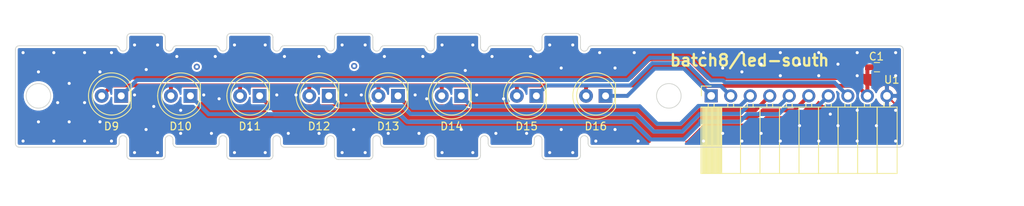
<source format=kicad_pcb>
(kicad_pcb (version 20171130) (host pcbnew "(5.1.6-0-10_14)")
  (layers (0 F.Cu signal) (31 B.Cu signal) (34 B.Paste user) (35 F.Paste user) (36 B.SilkS user) (37 F.SilkS user) (38 B.Mask user) (39 F.Mask user) (44 Edge.Cuts user))
  (net 0 "")
  (net 1 GND)
  (net 2 VCC)
  (net 3 OUT9)
  (net 4 OUT10)
  (net 5 OUT11)
  (net 6 OUT12)
  (net 7 OUT13)
  (net 8 OUT14)
  (net 9 OUT15)
  (net 10 OUT16)
  (module Capacitors_SMD:C_0603_HandSoldering (layer F.Cu) (at 202.57 97.892)
    (fp_text reference C1 (at -0.07 -1.392) (layer F.SilkS))
    (fp_text value C)
    (pad 2 smd rect (at 0.95 0) (size 1.2 0.75) (layers F.Cu F.Paste F.Mask) (net 1 GND))
    (pad 1 smd rect (at -0.95 0) (size 1.2 0.75) (layers F.Cu F.Paste F.Mask) (net 2 VCC))
  )
  (module LEDs:LED_D5.0mm (layer F.Cu) (at 104.27 101.622 180)
    (fp_text reference D9 (at 1.27 -3.96) (layer F.SilkS))
    (fp_text value LED)
    (pad 1 thru_hole rect (at 0 0 180) (size 1.8 1.8) (drill 0.9) (layers *.Cu *.Mask) (net 3 OUT9))
    (pad 2 thru_hole circle (at 2.54 0 180) (size 1.8 1.8) (drill 0.9) (layers *.Cu *.Mask) (net 2 VCC))
  )
  (module LEDs:LED_D5.0mm (layer F.Cu) (at 113.27 101.622 180)
    (fp_text reference D10 (at 1.27 -3.96) (layer F.SilkS))
    (fp_text value LED)
    (pad 2 thru_hole circle (at 2.54 0 180) (size 1.8 1.8) (drill 0.9) (layers *.Cu *.Mask) (net 2 VCC))
    (pad 1 thru_hole rect (at 0 0 180) (size 1.8 1.8) (drill 0.9) (layers *.Cu *.Mask) (net 4 OUT10))
  )
  (module LEDs:LED_D5.0mm (layer F.Cu) (at 122.27 101.622 180)
    (fp_text reference D11 (at 1.27 -3.96) (layer F.SilkS))
    (fp_text value LED)
    (pad 1 thru_hole rect (at 0 0 180) (size 1.8 1.8) (drill 0.9) (layers *.Cu *.Mask) (net 5 OUT11))
    (pad 2 thru_hole circle (at 2.54 0 180) (size 1.8 1.8) (drill 0.9) (layers *.Cu *.Mask) (net 2 VCC))
  )
  (module LEDs:LED_D5.0mm (layer F.Cu) (at 131.27 101.622 180)
    (fp_text reference D12 (at 1.27 -3.96) (layer F.SilkS))
    (fp_text value LED)
    (pad 2 thru_hole circle (at 2.54 0 180) (size 1.8 1.8) (drill 0.9) (layers *.Cu *.Mask) (net 2 VCC))
    (pad 1 thru_hole rect (at 0 0 180) (size 1.8 1.8) (drill 0.9) (layers *.Cu *.Mask) (net 6 OUT12))
  )
  (module LEDs:LED_D5.0mm (layer F.Cu) (at 140.27 101.622 180)
    (fp_text reference D13 (at 1.27 -3.96) (layer F.SilkS))
    (fp_text value LED)
    (pad 1 thru_hole rect (at 0 0 180) (size 1.8 1.8) (drill 0.9) (layers *.Cu *.Mask) (net 7 OUT13))
    (pad 2 thru_hole circle (at 2.54 0 180) (size 1.8 1.8) (drill 0.9) (layers *.Cu *.Mask) (net 2 VCC))
  )
  (module LEDs:LED_D5.0mm (layer F.Cu) (at 148.5 101.622 180)
    (fp_text reference D14 (at 1.27 -3.96) (layer F.SilkS))
    (fp_text value LED)
    (pad 2 thru_hole circle (at 2.54 0 180) (size 1.8 1.8) (drill 0.9) (layers *.Cu *.Mask) (net 2 VCC))
    (pad 1 thru_hole rect (at 0 0 180) (size 1.8 1.8) (drill 0.9) (layers *.Cu *.Mask) (net 8 OUT14))
  )
  (module LEDs:LED_D5.0mm (layer F.Cu) (at 158.27 101.622 180)
    (fp_text reference D15 (at 1.27 -3.96) (layer F.SilkS))
    (fp_text value LED)
    (pad 1 thru_hole rect (at 0 0 180) (size 1.8 1.8) (drill 0.9) (layers *.Cu *.Mask) (net 9 OUT15))
    (pad 2 thru_hole circle (at 2.54 0 180) (size 1.8 1.8) (drill 0.9) (layers *.Cu *.Mask) (net 2 VCC))
  )
  (module LEDs:LED_D5.0mm (layer F.Cu) (at 167.27 101.622 180)
    (fp_text reference D16 (at 1.27 -3.96) (layer F.SilkS))
    (fp_text value LED)
    (pad 2 thru_hole circle (at 2.54 0 180) (size 1.8 1.8) (drill 0.9) (layers *.Cu *.Mask) (net 2 VCC))
    (pad 1 thru_hole rect (at 0 0 180) (size 1.8 1.8) (drill 0.9) (layers *.Cu *.Mask) (net 10 OUT16))
  )
  (module Socket_Strips:Socket_Strip_Angled_1x10_Pitch2.54mm (layer F.Cu) (at 181.005746 101.622 90)
    (fp_text reference U1 (at 2.1 23.494254 180) (layer F.SilkS))
    (fp_text value Conn_02x05)
    (pad 1 thru_hole rect (at 0 0 90) (size 1.7 1.7) (drill 1) (layers *.Cu *.Mask) (net 10 OUT16))
    (pad 2 thru_hole oval (at 0 2.54 90) (size 1.7 1.7) (drill 1) (layers *.Cu *.Mask) (net 9 OUT15))
    (pad 3 thru_hole oval (at 0 5.08 90) (size 1.7 1.7) (drill 1) (layers *.Cu *.Mask) (net 8 OUT14))
    (pad 4 thru_hole oval (at 0 7.62 90) (size 1.7 1.7) (drill 1) (layers *.Cu *.Mask) (net 7 OUT13))
    (pad 5 thru_hole oval (at 0 10.16 90) (size 1.7 1.7) (drill 1) (layers *.Cu *.Mask) (net 6 OUT12))
    (pad 6 thru_hole oval (at 0 12.7 90) (size 1.7 1.7) (drill 1) (layers *.Cu *.Mask) (net 5 OUT11))
    (pad 7 thru_hole oval (at 0 15.24 90) (size 1.7 1.7) (drill 1) (layers *.Cu *.Mask) (net 4 OUT10))
    (pad 8 thru_hole oval (at 0 17.78 90) (size 1.7 1.7) (drill 1) (layers *.Cu *.Mask) (net 3 OUT9))
    (pad 9 thru_hole oval (at 0 20.32 90) (size 1.7 1.7) (drill 1) (layers *.Cu *.Mask) (net 2 VCC))
    (pad 10 thru_hole oval (at 0 22.86 90) (size 1.7 1.7) (drill 1) (layers *.Cu *.Mask) (net 1 GND))
  )
  (gr_text batch8/led-south (at 186 97) (layer F.SilkS) (effects (font (size 1.5 1.5) (thickness 0.3))))
  (gr_arc (start 205.5 107.80036) (end 205.5 108.30036) (angle -90) (layer Edge.Cuts) (width 0.1))
  (gr_circle (center 175.5 101.622) (end 173.9 101.622) (layer Edge.Cuts) (width 0.1))
  (gr_circle (center 93.5 101.622) (end 91.9 101.622) (layer Edge.Cuts) (width 0.1))
  (gr_line (start 206 107.80036) (end 206 95.59964) (layer Edge.Cuts) (width 0.1))
  (gr_line (start 165.5 108.30036) (end 205.5 108.30036) (layer Edge.Cuts) (width 0.1))
  (gr_arc (start 165.5 107.80036) (end 165.5 108.30036) (angle 90) (layer Edge.Cuts) (width 0.1))
  (gr_line (start 165 107.30036) (end 165 107.80036) (layer Edge.Cuts) (width 0.1))
  (gr_arc (start 164.5 107.30036) (end 164 107.30036) (angle 180) (layer Edge.Cuts) (width 0.1))
  (gr_line (start 164 109.4) (end 164 107.30036) (layer Edge.Cuts) (width 0.1))
  (gr_arc (start 163.5 109.4) (end 164 109.4) (angle 90) (layer Edge.Cuts) (width 0.1))
  (gr_line (start 159.5 109.9) (end 163.5 109.9) (layer Edge.Cuts) (width 0.1))
  (gr_arc (start 159.5 109.4) (end 159.5 109.9) (angle 90) (layer Edge.Cuts) (width 0.1))
  (gr_line (start 159 107.30036) (end 159 109.4) (layer Edge.Cuts) (width 0.1))
  (gr_arc (start 158.5 107.30036) (end 158 107.30036) (angle 180) (layer Edge.Cuts) (width 0.1))
  (gr_line (start 158 107.80036) (end 158 107.30036) (layer Edge.Cuts) (width 0.1))
  (gr_arc (start 157.5 107.80036) (end 158 107.80036) (angle 90) (layer Edge.Cuts) (width 0.1))
  (gr_line (start 152.5 108.30036) (end 157.5 108.30036) (layer Edge.Cuts) (width 0.1))
  (gr_arc (start 152.5 107.80036) (end 152.5 108.30036) (angle 90) (layer Edge.Cuts) (width 0.1))
  (gr_line (start 152 107.30036) (end 152 107.80036) (layer Edge.Cuts) (width 0.1))
  (gr_arc (start 151.5 107.30036) (end 151 107.30036) (angle 180) (layer Edge.Cuts) (width 0.1))
  (gr_line (start 151 109.400359) (end 151 107.30036) (layer Edge.Cuts) (width 0.1))
  (gr_arc (start 150.5 109.400359) (end 151 109.400359) (angle 90) (layer Edge.Cuts) (width 0.1))
  (gr_line (start 145.5 109.900359) (end 150.5 109.900359) (layer Edge.Cuts) (width 0.1))
  (gr_arc (start 145.5 109.400359) (end 145.5 109.900359) (angle 90) (layer Edge.Cuts) (width 0.1))
  (gr_line (start 145 107.30036) (end 145 109.400359) (layer Edge.Cuts) (width 0.1))
  (gr_arc (start 144.5 107.30036) (end 144 107.30036) (angle 180) (layer Edge.Cuts) (width 0.1))
  (gr_line (start 144 107.80036) (end 144 107.30036) (layer Edge.Cuts) (width 0.1))
  (gr_arc (start 143.5 107.80036) (end 144 107.80036) (angle 90) (layer Edge.Cuts) (width 0.1))
  (gr_line (start 138.5 108.30036) (end 143.5 108.30036) (layer Edge.Cuts) (width 0.1))
  (gr_arc (start 138.5 107.80036) (end 138.5 108.30036) (angle 90) (layer Edge.Cuts) (width 0.1))
  (gr_line (start 138 107.30036) (end 138 107.80036) (layer Edge.Cuts) (width 0.1))
  (gr_arc (start 137.5 107.30036) (end 137 107.30036) (angle 180) (layer Edge.Cuts) (width 0.1))
  (gr_line (start 137 109.4) (end 137 107.30036) (layer Edge.Cuts) (width 0.1))
  (gr_arc (start 136.5 109.4) (end 137 109.4) (angle 90) (layer Edge.Cuts) (width 0.1))
  (gr_line (start 132.5 109.9) (end 136.5 109.9) (layer Edge.Cuts) (width 0.1))
  (gr_arc (start 132.5 109.4) (end 132.5 109.9) (angle 90) (layer Edge.Cuts) (width 0.1))
  (gr_line (start 132 107.30036) (end 132 109.4) (layer Edge.Cuts) (width 0.1))
  (gr_arc (start 131.5 107.30036) (end 131 107.30036) (angle 180) (layer Edge.Cuts) (width 0.1))
  (gr_line (start 131 107.80036) (end 131 107.30036) (layer Edge.Cuts) (width 0.1))
  (gr_arc (start 130.5 107.80036) (end 131 107.80036) (angle 90) (layer Edge.Cuts) (width 0.1))
  (gr_line (start 125.5 108.30036) (end 130.5 108.30036) (layer Edge.Cuts) (width 0.1))
  (gr_arc (start 125.5 107.80036) (end 125.5 108.30036) (angle 89.99999625) (layer Edge.Cuts) (width 0.1))
  (gr_line (start 125 107.30036) (end 125 107.80036) (layer Edge.Cuts) (width 0.1))
  (gr_arc (start 124.5 107.300361) (end 124 107.30036) (angle 179.9999911) (layer Edge.Cuts) (width 0.1))
  (gr_line (start 124 109.400364) (end 124 107.30036) (layer Edge.Cuts) (width 0.1))
  (gr_arc (start 123.5 109.400364) (end 124 109.400364) (angle 90) (layer Edge.Cuts) (width 0.1))
  (gr_line (start 118.5 109.900364) (end 123.5 109.900364) (layer Edge.Cuts) (width 0.1))
  (gr_arc (start 118.5 109.400364) (end 118.5 109.900364) (angle 90) (layer Edge.Cuts) (width 0.1))
  (gr_line (start 118 107.30036) (end 118 109.400364) (layer Edge.Cuts) (width 0.1))
  (gr_arc (start 117.5 107.30036) (end 117 107.30036) (angle 180) (layer Edge.Cuts) (width 0.1))
  (gr_line (start 117 107.80036) (end 117 107.30036) (layer Edge.Cuts) (width 0.1))
  (gr_arc (start 116.5 107.80036) (end 117 107.80036) (angle 90) (layer Edge.Cuts) (width 0.1))
  (gr_line (start 111.5 108.30036) (end 116.5 108.30036) (layer Edge.Cuts) (width 0.1))
  (gr_arc (start 111.5 107.80036) (end 111.5 108.30036) (angle 90) (layer Edge.Cuts) (width 0.1))
  (gr_line (start 111 107.30036) (end 111 107.80036) (layer Edge.Cuts) (width 0.1))
  (gr_arc (start 110.5 107.30036) (end 110 107.30036) (angle 180) (layer Edge.Cuts) (width 0.1))
  (gr_line (start 110 109.4) (end 110 107.30036) (layer Edge.Cuts) (width 0.1))
  (gr_arc (start 109.5 109.4) (end 110 109.4) (angle 90) (layer Edge.Cuts) (width 0.1))
  (gr_line (start 105.5 109.9) (end 109.5 109.9) (layer Edge.Cuts) (width 0.1))
  (gr_arc (start 105.5 109.4) (end 105.5 109.9) (angle 90) (layer Edge.Cuts) (width 0.1))
  (gr_line (start 105 107.30036) (end 105 109.4) (layer Edge.Cuts) (width 0.1))
  (gr_arc (start 104.5 107.30036) (end 104 107.30036) (angle 180) (layer Edge.Cuts) (width 0.1))
  (gr_line (start 104 107.80036) (end 104 107.30036) (layer Edge.Cuts) (width 0.1))
  (gr_arc (start 103.5 107.80036) (end 104 107.80036) (angle 90) (layer Edge.Cuts) (width 0.1))
  (gr_line (start 91 108.30036) (end 103.5 108.30036) (layer Edge.Cuts) (width 0.1))
  (gr_arc (start 91 107.80036) (end 91 108.30036) (angle 90) (layer Edge.Cuts) (width 0.1))
  (gr_line (start 90.5 95.59964) (end 90.5 107.80036) (layer Edge.Cuts) (width 0.1))
  (gr_arc (start 91 95.59964) (end 90.5 95.59964) (angle 90) (layer Edge.Cuts) (width 0.1))
  (gr_line (start 103.545747 95.09964) (end 91 95.09964) (layer Edge.Cuts) (width 0.1))
  (gr_arc (start 103.545747 95.59964) (end 103.545747 95.09964) (angle 72.60244929) (layer Edge.Cuts) (width 0.1))
  (gr_arc (start 104.5 95.30064) (end 105 95.30064) (angle 162.6024493) (layer Edge.Cuts) (width 0.1))
  (gr_line (start 105 94) (end 105 95.30064) (layer Edge.Cuts) (width 0.1))
  (gr_arc (start 105.5 94) (end 105 94) (angle 90) (layer Edge.Cuts) (width 0.1))
  (gr_line (start 109.5 93.5) (end 105.5 93.5) (layer Edge.Cuts) (width 0.1))
  (gr_arc (start 109.5 94) (end 109.5 93.5) (angle 90) (layer Edge.Cuts) (width 0.1))
  (gr_line (start 110 95.30064) (end 110 94) (layer Edge.Cuts) (width 0.1))
  (gr_arc (start 110.5 95.30064) (end 110.977127 95.45014) (angle 162.6024493) (layer Edge.Cuts) (width 0.1))
  (gr_arc (start 111.454254 95.59964) (end 110.977127 95.45014) (angle 72.60244929) (layer Edge.Cuts) (width 0.1))
  (gr_line (start 116.545747 95.09964) (end 111.454254 95.09964) (layer Edge.Cuts) (width 0.1))
  (gr_arc (start 116.545747 95.59964) (end 116.545747 95.09964) (angle 72.60244929) (layer Edge.Cuts) (width 0.1))
  (gr_arc (start 117.5 95.30064) (end 118 95.30064) (angle 162.6024404) (layer Edge.Cuts) (width 0.1))
  (gr_line (start 118 94) (end 118 95.30064) (layer Edge.Cuts) (width 0.1))
  (gr_arc (start 118.5 94) (end 118 94) (angle 90) (layer Edge.Cuts) (width 0.1))
  (gr_line (start 123.5 93.5) (end 118.5 93.5) (layer Edge.Cuts) (width 0.1))
  (gr_arc (start 123.5 94) (end 123.5 93.5) (angle 90) (layer Edge.Cuts) (width 0.1))
  (gr_line (start 124 95.30064) (end 124 94) (layer Edge.Cuts) (width 0.1))
  (gr_arc (start 124.5 95.30064) (end 124.977127 95.45014) (angle 162.6024493) (layer Edge.Cuts) (width 0.1))
  (gr_arc (start 125.454254 95.59964) (end 124.977127 95.45014) (angle 72.60244929) (layer Edge.Cuts) (width 0.1))
  (gr_line (start 130.545747 95.09964) (end 125.454254 95.09964) (layer Edge.Cuts) (width 0.1))
  (gr_arc (start 130.545747 95.59964) (end 130.545747 95.09964) (angle 72.60244929) (layer Edge.Cuts) (width 0.1))
  (gr_arc (start 131.5 95.30064) (end 132 95.30064) (angle 162.6024493) (layer Edge.Cuts) (width 0.1))
  (gr_line (start 132 94) (end 132 95.30064) (layer Edge.Cuts) (width 0.1))
  (gr_arc (start 132.5 94) (end 132 94) (angle 90) (layer Edge.Cuts) (width 0.1))
  (gr_line (start 136.5 93.5) (end 132.5 93.5) (layer Edge.Cuts) (width 0.1))
  (gr_arc (start 136.5 94) (end 136.5 93.5) (angle 90) (layer Edge.Cuts) (width 0.1))
  (gr_line (start 137 95.30064) (end 137 94) (layer Edge.Cuts) (width 0.1))
  (gr_arc (start 137.5 95.30064) (end 137.977127 95.45014) (angle 162.6024493) (layer Edge.Cuts) (width 0.1))
  (gr_arc (start 138.454254 95.59964) (end 137.977127 95.45014) (angle 72.60244929) (layer Edge.Cuts) (width 0.1))
  (gr_line (start 143.545747 95.09964) (end 138.454254 95.09964) (layer Edge.Cuts) (width 0.1))
  (gr_arc (start 143.545747 95.59964) (end 143.545747 95.09964) (angle 72.60244929) (layer Edge.Cuts) (width 0.1))
  (gr_arc (start 144.5 95.30064) (end 145 95.30064) (angle 162.6024581) (layer Edge.Cuts) (width 0.1))
  (gr_line (start 145 94) (end 145 95.30064) (layer Edge.Cuts) (width 0.1))
  (gr_arc (start 145.5 94) (end 145 94) (angle 90) (layer Edge.Cuts) (width 0.1))
  (gr_line (start 150.5 93.5) (end 145.5 93.5) (layer Edge.Cuts) (width 0.1))
  (gr_arc (start 150.5 94) (end 150.5 93.5) (angle 90) (layer Edge.Cuts) (width 0.1))
  (gr_line (start 151 95.30064) (end 151 94) (layer Edge.Cuts) (width 0.1))
  (gr_arc (start 151.5 95.30064) (end 151.977127 95.45014) (angle 162.6024581) (layer Edge.Cuts) (width 0.1))
  (gr_arc (start 152.454254 95.59964) (end 151.977127 95.45014) (angle 72.60244929) (layer Edge.Cuts) (width 0.1))
  (gr_line (start 157.545747 95.09964) (end 152.454254 95.09964) (layer Edge.Cuts) (width 0.1))
  (gr_arc (start 157.545747 95.59964) (end 157.545747 95.09964) (angle 72.60244929) (layer Edge.Cuts) (width 0.1))
  (gr_arc (start 158.5 95.30064) (end 159 95.30064) (angle 162.6024493) (layer Edge.Cuts) (width 0.1))
  (gr_line (start 159 94) (end 159 95.30064) (layer Edge.Cuts) (width 0.1))
  (gr_arc (start 159.5 94) (end 159 94) (angle 90) (layer Edge.Cuts) (width 0.1))
  (gr_line (start 163.5 93.5) (end 159.5 93.5) (layer Edge.Cuts) (width 0.1))
  (gr_arc (start 163.5 94) (end 163.5 93.5) (angle 90) (layer Edge.Cuts) (width 0.1))
  (gr_line (start 164 95.30064) (end 164 94) (layer Edge.Cuts) (width 0.1))
  (gr_arc (start 164.5 95.30064) (end 164.977127 95.45014) (angle 162.6024493) (layer Edge.Cuts) (width 0.1))
  (gr_arc (start 165.454254 95.59964) (end 164.977127 95.45014) (angle 72.60244929) (layer Edge.Cuts) (width 0.1))
  (gr_line (start 205.5 95.09964) (end 165.454254 95.09964) (layer Edge.Cuts) (width 0.1))
  (gr_arc (start 205.5 95.59964) (end 205.5 95.09964) (angle 90) (layer Edge.Cuts) (width 0.1))
  (via (at 134.57 97.74) (size 0.8) (drill 0.4) (layers F.Cu B.Cu) (net 1))
  (via (at 114.1 97.84) (size 0.8) (drill 0.4) (layers F.Cu B.Cu) (net 1))
  (via (at 205 96) (size 0.8) (drill 0.4) (layers F.Cu B.Cu) (net 1))
  (via (at 200 96) (size 0.8) (drill 0.4) (layers F.Cu B.Cu) (net 1))
  (via (at 195 96) (size 0.8) (drill 0.4) (layers F.Cu B.Cu) (net 1))
  (via (at 190 96) (size 0.8) (drill 0.4) (layers F.Cu B.Cu) (net 1))
  (via (at 185 96) (size 0.8) (drill 0.4) (layers F.Cu B.Cu) (net 1))
  (via (at 180 96) (size 0.8) (drill 0.4) (layers F.Cu B.Cu) (net 1))
  (via (at 182.5 98) (size 0.8) (drill 0.4) (layers F.Cu B.Cu) (net 1))
  (via (at 187.5 97.5) (size 0.8) (drill 0.4) (layers F.Cu B.Cu) (net 1))
  (via (at 192.5 97.5) (size 0.8) (drill 0.4) (layers F.Cu B.Cu) (net 1))
  (via (at 197.5 97.5) (size 0.8) (drill 0.4) (layers F.Cu B.Cu) (net 1))
  (via (at 200 99) (size 0.8) (drill 0.4) (layers F.Cu B.Cu) (net 1))
  (via (at 195 99) (size 0.8) (drill 0.4) (layers F.Cu B.Cu) (net 1))
  (via (at 190 99) (size 0.8) (drill 0.4) (layers F.Cu B.Cu) (net 1))
  (via (at 185 98.5) (size 0.8) (drill 0.4) (layers F.Cu B.Cu) (net 1))
  (via (at 205 99) (size 0.8) (drill 0.4) (layers F.Cu B.Cu) (net 1))
  (via (at 205 103.5) (size 0.8) (drill 0.4) (layers F.Cu B.Cu) (net 1))
  (via (at 205 107.5) (size 0.8) (drill 0.4) (layers F.Cu B.Cu) (net 1))
  (via (at 200 103.5) (size 0.8) (drill 0.4) (layers F.Cu B.Cu) (net 1))
  (via (at 200 107.5) (size 0.8) (drill 0.4) (layers F.Cu B.Cu) (net 1))
  (via (at 195 107.5) (size 0.8) (drill 0.4) (layers F.Cu B.Cu) (net 1))
  (via (at 190 107.5) (size 0.8) (drill 0.4) (layers F.Cu B.Cu) (net 1))
  (via (at 185 107.5) (size 0.8) (drill 0.4) (layers F.Cu B.Cu) (net 1))
  (via (at 180 107.5) (size 0.8) (drill 0.4) (layers F.Cu B.Cu) (net 1))
  (via (at 202.5 105.5) (size 0.8) (drill 0.4) (layers F.Cu B.Cu) (net 1))
  (via (at 197.5 105.5) (size 0.8) (drill 0.4) (layers F.Cu B.Cu) (net 1))
  (via (at 192.5 105.5) (size 0.8) (drill 0.4) (layers F.Cu B.Cu) (net 1))
  (via (at 187.5 106.5) (size 0.8) (drill 0.4) (layers F.Cu B.Cu) (net 1))
  (via (at 182.5 106.5) (size 0.8) (drill 0.4) (layers F.Cu B.Cu) (net 1))
  (via (at 196.5 104) (size 0.8) (drill 0.4) (layers F.Cu B.Cu) (net 1))
  (via (at 171.5 107.5) (size 0.8) (drill 0.4) (layers F.Cu B.Cu) (net 1))
  (via (at 166 107.5) (size 0.8) (drill 0.4) (layers F.Cu B.Cu) (net 1))
  (via (at 168.5 106) (size 0.8) (drill 0.4) (layers F.Cu B.Cu) (net 1))
  (via (at 160 109) (size 0.8) (drill 0.4) (layers F.Cu B.Cu) (net 1))
  (via (at 163 109) (size 0.8) (drill 0.4) (layers F.Cu B.Cu) (net 1))
  (via (at 161.5 106) (size 0.8) (drill 0.4) (layers F.Cu B.Cu) (net 1))
  (via (at 157 106.5) (size 0.8) (drill 0.4) (layers F.Cu B.Cu) (net 1))
  (via (at 153 106.5) (size 0.8) (drill 0.4) (layers F.Cu B.Cu) (net 1))
  (via (at 150 109) (size 0.8) (drill 0.4) (layers F.Cu B.Cu) (net 1))
  (via (at 146 109) (size 0.8) (drill 0.4) (layers F.Cu B.Cu) (net 1))
  (via (at 148.5 106) (size 0.8) (drill 0.4) (layers F.Cu B.Cu) (net 1))
  (via (at 143 106.5) (size 0.8) (drill 0.4) (layers F.Cu B.Cu) (net 1))
  (via (at 139 106.5) (size 0.8) (drill 0.4) (layers F.Cu B.Cu) (net 1))
  (via (at 136 109) (size 0.8) (drill 0.4) (layers F.Cu B.Cu) (net 1))
  (via (at 133 109) (size 0.8) (drill 0.4) (layers F.Cu B.Cu) (net 1))
  (via (at 134.5 106) (size 0.8) (drill 0.4) (layers F.Cu B.Cu) (net 1))
  (via (at 130 106.5) (size 0.8) (drill 0.4) (layers F.Cu B.Cu) (net 1))
  (via (at 126 106.5) (size 0.8) (drill 0.4) (layers F.Cu B.Cu) (net 1))
  (via (at 123 109) (size 0.8) (drill 0.4) (layers F.Cu B.Cu) (net 1))
  (via (at 119 109) (size 0.8) (drill 0.4) (layers F.Cu B.Cu) (net 1))
  (via (at 121 106) (size 0.8) (drill 0.4) (layers F.Cu B.Cu) (net 1))
  (via (at 116 106.5) (size 0.8) (drill 0.4) (layers F.Cu B.Cu) (net 1))
  (via (at 112 106.5) (size 0.8) (drill 0.4) (layers F.Cu B.Cu) (net 1))
  (via (at 109 109) (size 0.8) (drill 0.4) (layers F.Cu B.Cu) (net 1))
  (via (at 106 109) (size 0.8) (drill 0.4) (layers F.Cu B.Cu) (net 1))
  (via (at 107.5 106) (size 0.8) (drill 0.4) (layers F.Cu B.Cu) (net 1))
  (via (at 103 107.5) (size 0.8) (drill 0.4) (layers F.Cu B.Cu) (net 1))
  (via (at 91.5 107.5) (size 0.8) (drill 0.4) (layers F.Cu B.Cu) (net 1))
  (via (at 95.5 107.5) (size 0.8) (drill 0.4) (layers F.Cu B.Cu) (net 1))
  (via (at 99.5 107.5) (size 0.8) (drill 0.4) (layers F.Cu B.Cu) (net 1))
  (via (at 101.5 105) (size 0.8) (drill 0.4) (layers F.Cu B.Cu) (net 1))
  (via (at 97.5 105) (size 0.8) (drill 0.4) (layers F.Cu B.Cu) (net 1))
  (via (at 93.5 105) (size 0.8) (drill 0.4) (layers F.Cu B.Cu) (net 1))
  (via (at 99.5 102.5) (size 0.8) (drill 0.4) (layers F.Cu B.Cu) (net 1))
  (via (at 96 102.5) (size 0.8) (drill 0.4) (layers F.Cu B.Cu) (net 1))
  (via (at 97.5 100) (size 0.8) (drill 0.4) (layers F.Cu B.Cu) (net 1))
  (via (at 91.5 96) (size 0.8) (drill 0.4) (layers F.Cu B.Cu) (net 1))
  (via (at 95.5 96) (size 0.8) (drill 0.4) (layers F.Cu B.Cu) (net 1))
  (via (at 99.5 96) (size 0.8) (drill 0.4) (layers F.Cu B.Cu) (net 1))
  (via (at 103 96) (size 0.8) (drill 0.4) (layers F.Cu B.Cu) (net 1))
  (via (at 93.5 98.5) (size 0.8) (drill 0.4) (layers F.Cu B.Cu) (net 1))
  (via (at 101.5 98.5) (size 0.8) (drill 0.4) (layers F.Cu B.Cu) (net 1))
  (via (at 106 95) (size 0.8) (drill 0.4) (layers F.Cu B.Cu) (net 1))
  (via (at 109 95) (size 0.8) (drill 0.4) (layers F.Cu B.Cu) (net 1))
  (via (at 119 95) (size 0.8) (drill 0.4) (layers F.Cu B.Cu) (net 1))
  (via (at 123 95) (size 0.8) (drill 0.4) (layers F.Cu B.Cu) (net 1))
  (via (at 133 95) (size 0.8) (drill 0.4) (layers F.Cu B.Cu) (net 1))
  (via (at 136 95) (size 0.8) (drill 0.4) (layers F.Cu B.Cu) (net 1))
  (via (at 146 95) (size 0.8) (drill 0.4) (layers F.Cu B.Cu) (net 1))
  (via (at 150 95) (size 0.8) (drill 0.4) (layers F.Cu B.Cu) (net 1))
  (via (at 160 95) (size 0.8) (drill 0.4) (layers F.Cu B.Cu) (net 1))
  (via (at 163 95) (size 0.8) (drill 0.4) (layers F.Cu B.Cu) (net 1))
  (via (at 171 96) (size 0.8) (drill 0.4) (layers F.Cu B.Cu) (net 1))
  (via (at 166.5 96) (size 0.8) (drill 0.4) (layers F.Cu B.Cu) (net 1))
  (via (at 168.5 98) (size 0.8) (drill 0.4) (layers F.Cu B.Cu) (net 1))
  (via (at 161.5 98) (size 0.8) (drill 0.4) (layers F.Cu B.Cu) (net 1))
  (via (at 157.5 96.5) (size 0.8) (drill 0.4) (layers F.Cu B.Cu) (net 1))
  (via (at 152.5 96.5) (size 0.8) (drill 0.4) (layers F.Cu B.Cu) (net 1))
  (via (at 149.02 98.32) (size 0.8) (drill 0.4) (layers F.Cu B.Cu) (net 1))
  (via (at 143.5 96.5) (size 0.8) (drill 0.4) (layers F.Cu B.Cu) (net 1))
  (via (at 138.5 96.5) (size 0.8) (drill 0.4) (layers F.Cu B.Cu) (net 1))
  (via (at 130 96.5) (size 0.8) (drill 0.4) (layers F.Cu B.Cu) (net 1))
  (via (at 125.5 96.5) (size 0.8) (drill 0.4) (layers F.Cu B.Cu) (net 1))
  (via (at 116.5 96.5) (size 0.8) (drill 0.4) (layers F.Cu B.Cu) (net 1))
  (via (at 111.5 96.5) (size 0.8) (drill 0.4) (layers F.Cu B.Cu) (net 1))
  (via (at 107.52 98.2) (size 0.8) (drill 0.4) (layers F.Cu B.Cu) (net 1))
  (via (at 117 102) (size 0.8) (drill 0.4) (layers F.Cu B.Cu) (net 1))
  (via (at 112 103.5) (size 0.8) (drill 0.4) (layers F.Cu B.Cu) (net 1))
  (via (at 127 101.5) (size 0.8) (drill 0.4) (layers F.Cu B.Cu) (net 1))
  (via (at 124.5 101.5) (size 0.8) (drill 0.4) (layers F.Cu B.Cu) (net 1))
  (via (at 106 101.5) (size 0.8) (drill 0.4) (layers F.Cu B.Cu) (net 1))
  (via (at 108.5 103) (size 0.8) (drill 0.4) (layers F.Cu B.Cu) (net 1))
  (via (at 115 101.5) (size 0.8) (drill 0.4) (layers F.Cu B.Cu) (net 1))
  (via (at 133.5 101.5) (size 0.8) (drill 0.4) (layers F.Cu B.Cu) (net 1))
  (via (at 135.5 101.5) (size 0.8) (drill 0.4) (layers F.Cu B.Cu) (net 1))
  (via (at 142.5 101.5) (size 0.8) (drill 0.4) (layers F.Cu B.Cu) (net 1))
  (via (at 144 102) (size 0.8) (drill 0.4) (layers F.Cu B.Cu) (net 1))
  (via (at 150.5 101.5) (size 0.8) (drill 0.4) (layers F.Cu B.Cu) (net 1))
  (via (at 154 102) (size 0.8) (drill 0.4) (layers F.Cu B.Cu) (net 1))
  (segment (start 91.5 96) (end 93.5 98) (width 0.25) (layer F.Cu) (net 1))
  (segment (start 93.5 98) (end 93.5 98.5) (width 0.25) (layer F.Cu) (net 1))
  (segment (start 95.5 96) (end 93.5 98) (width 0.25) (layer F.Cu) (net 1))
  (segment (start 95.5 96) (end 99.5 96) (width 0.25) (layer F.Cu) (net 1))
  (segment (start 99.5 96.5) (end 99.5 96) (width 0.25) (layer F.Cu) (net 1))
  (segment (start 103 97) (end 101.5 98.5) (width 0.25) (layer F.Cu) (net 1))
  (segment (start 103 96) (end 103 97) (width 0.25) (layer F.Cu) (net 1))
  (segment (start 106 95.5) (end 106 95) (width 0.25) (layer F.Cu) (net 1))
  (segment (start 109 95) (end 107.5 96.5) (width 0.25) (layer F.Cu) (net 1))
  (segment (start 107.5 96.5) (end 107.5 97) (width 0.25) (layer F.Cu) (net 1))
  (segment (start 107.5 97) (end 106 95.5) (width 0.25) (layer F.Cu) (net 1))
  (segment (start 107.52 97.02) (end 107.5 97) (width 0.25) (layer F.Cu) (net 1))
  (segment (start 91.5 107.5) (end 93.5 105.5) (width 0.25) (layer F.Cu) (net 1))
  (segment (start 93.5 105.5) (end 93.5 105) (width 0.25) (layer F.Cu) (net 1))
  (segment (start 95.5 107.5) (end 93.5 105.5) (width 0.25) (layer F.Cu) (net 1))
  (segment (start 99.5 107.5) (end 97.5 105.5) (width 0.25) (layer F.Cu) (net 1))
  (segment (start 97.5 105.5) (end 97.5 105) (width 0.25) (layer F.Cu) (net 1))
  (segment (start 95.5 107.5) (end 97.5 105.5) (width 0.25) (layer F.Cu) (net 1))
  (segment (start 97.5 104) (end 96 102.5) (width 0.25) (layer F.Cu) (net 1))
  (segment (start 97.5 105) (end 97.5 104) (width 0.25) (layer F.Cu) (net 1))
  (segment (start 96 101.5) (end 97.5 100) (width 0.25) (layer F.Cu) (net 1))
  (segment (start 96 102.5) (end 96 101.5) (width 0.25) (layer F.Cu) (net 1))
  (segment (start 98 104) (end 97.5 104) (width 0.25) (layer F.Cu) (net 1))
  (segment (start 99.5 102.5) (end 98 104) (width 0.25) (layer F.Cu) (net 1))
  (segment (start 101.5 104.5) (end 101.5 105) (width 0.25) (layer F.Cu) (net 1))
  (segment (start 99.5 102.5) (end 101.5 104.5) (width 0.25) (layer F.Cu) (net 1))
  (segment (start 103 106.5) (end 101.5 105) (width 0.25) (layer F.Cu) (net 1))
  (segment (start 103 107.5) (end 103 106.5) (width 0.25) (layer F.Cu) (net 1))
  (segment (start 102.5 106) (end 101.5 105) (width 0.25) (layer F.Cu) (net 1))
  (segment (start 107.5 106) (end 102.5 106) (width 0.25) (layer F.Cu) (net 1))
  (segment (start 107 101.5) (end 108.5 103) (width 0.25) (layer F.Cu) (net 1))
  (segment (start 106 101.5) (end 107 101.5) (width 0.25) (layer F.Cu) (net 1))
  (segment (start 108.5 105) (end 107.5 106) (width 0.25) (layer F.Cu) (net 1))
  (segment (start 108.5 103) (end 108.5 105) (width 0.25) (layer F.Cu) (net 1))
  (segment (start 103 96) (end 104.48 97.48) (width 0.25) (layer F.Cu) (net 1))
  (segment (start 104.48 97.48) (end 107.52 97.48) (width 0.25) (layer F.Cu) (net 1))
  (segment (start 107.52 97.48) (end 107.52 97.02) (width 0.25) (layer F.Cu) (net 1))
  (segment (start 107.52 98.2) (end 107.52 97.48) (width 0.25) (layer F.Cu) (net 1))
  (segment (start 97.5 100) (end 100 97.5) (width 0.25) (layer F.Cu) (net 1))
  (segment (start 100 97) (end 99.5 96.5) (width 0.25) (layer F.Cu) (net 1))
  (segment (start 100 97.5) (end 100 97) (width 0.25) (layer F.Cu) (net 1))
  (segment (start 101.5 98.5) (end 100 97) (width 0.25) (layer F.Cu) (net 1))
  (segment (start 107.5 109) (end 109 109) (width 0.25) (layer F.Cu) (net 1))
  (segment (start 107.5 106) (end 107.5 109) (width 0.25) (layer F.Cu) (net 1))
  (segment (start 106 109) (end 107.5 109) (width 0.25) (layer F.Cu) (net 1))
  (segment (start 112 106.5) (end 112 103.5) (width 0.25) (layer F.Cu) (net 1))
  (segment (start 111.5 103) (end 112 103.5) (width 0.25) (layer F.Cu) (net 1))
  (segment (start 108.5 103) (end 111.5 103) (width 0.25) (layer F.Cu) (net 1))
  (segment (start 116 106.5) (end 112 106.5) (width 0.25) (layer F.Cu) (net 1))
  (segment (start 109.934315 96.5) (end 111.5 96.5) (width 0.25) (layer F.Cu) (net 1))
  (segment (start 109 95.565685) (end 109.934315 96.5) (width 0.25) (layer F.Cu) (net 1))
  (segment (start 109 95) (end 109 95.565685) (width 0.25) (layer F.Cu) (net 1))
  (segment (start 111.5 96.5) (end 116.5 96.5) (width 0.25) (layer F.Cu) (net 1))
  (segment (start 115 102.277002) (end 115 101.5) (width 0.25) (layer F.Cu) (net 1))
  (segment (start 113.777002 103.5) (end 115 102.277002) (width 0.25) (layer F.Cu) (net 1))
  (segment (start 112 103.5) (end 113.777002 103.5) (width 0.25) (layer F.Cu) (net 1))
  (segment (start 115.5 102) (end 115 101.5) (width 0.25) (layer F.Cu) (net 1))
  (segment (start 117 102) (end 115.5 102) (width 0.25) (layer F.Cu) (net 1))
  (segment (start 120.899999 106.100001) (end 121 106) (width 0.25) (layer F.Cu) (net 1))
  (segment (start 116.399999 106.100001) (end 120.899999 106.100001) (width 0.25) (layer F.Cu) (net 1))
  (segment (start 116 106.5) (end 116.399999 106.100001) (width 0.25) (layer F.Cu) (net 1))
  (segment (start 121 109) (end 123 109) (width 0.25) (layer F.Cu) (net 1))
  (segment (start 121 106) (end 121 109) (width 0.25) (layer F.Cu) (net 1))
  (segment (start 119 109) (end 121 109) (width 0.25) (layer F.Cu) (net 1))
  (segment (start 125.5 106) (end 126 106.5) (width 0.25) (layer F.Cu) (net 1))
  (segment (start 121 106) (end 125.5 106) (width 0.25) (layer F.Cu) (net 1))
  (segment (start 124.5 101.5) (end 127 101.5) (width 0.25) (layer F.Cu) (net 1))
  (segment (start 117.847001 102.847001) (end 117 102) (width 0.25) (layer B.Cu) (net 1))
  (segment (start 123.718684 102.847001) (end 117.847001 102.847001) (width 0.25) (layer B.Cu) (net 1))
  (segment (start 124.5 102.065685) (end 123.718684 102.847001) (width 0.25) (layer B.Cu) (net 1))
  (segment (start 124.5 101.5) (end 124.5 102.065685) (width 0.25) (layer B.Cu) (net 1))
  (segment (start 126 106.5) (end 130 106.5) (width 0.25) (layer F.Cu) (net 1))
  (segment (start 130.5 106) (end 134.5 106) (width 0.25) (layer F.Cu) (net 1))
  (segment (start 130 106.5) (end 130.5 106) (width 0.25) (layer F.Cu) (net 1))
  (segment (start 134.5 106) (end 134.5 109) (width 0.25) (layer F.Cu) (net 1))
  (segment (start 134.5 109) (end 136 109) (width 0.25) (layer F.Cu) (net 1))
  (segment (start 133 109) (end 134.5 109) (width 0.25) (layer F.Cu) (net 1))
  (segment (start 133.5 101.5) (end 135.5 101.5) (width 0.25) (layer F.Cu) (net 1))
  (segment (start 128.141999 102.847001) (end 127 101.705002) (width 0.25) (layer F.Cu) (net 1))
  (segment (start 129.318001 102.847001) (end 128.141999 102.847001) (width 0.25) (layer F.Cu) (net 1))
  (segment (start 129.665002 102.5) (end 129.318001 102.847001) (width 0.25) (layer F.Cu) (net 1))
  (segment (start 129.762998 102.5) (end 129.665002 102.5) (width 0.25) (layer F.Cu) (net 1))
  (segment (start 130.109999 102.847001) (end 129.762998 102.5) (width 0.25) (layer F.Cu) (net 1))
  (segment (start 127 101.705002) (end 127 101.5) (width 0.25) (layer F.Cu) (net 1))
  (segment (start 132.718684 102.847001) (end 130.109999 102.847001) (width 0.25) (layer F.Cu) (net 1))
  (segment (start 133.5 102.065685) (end 132.718684 102.847001) (width 0.25) (layer F.Cu) (net 1))
  (segment (start 133.5 101.5) (end 133.5 102.065685) (width 0.25) (layer F.Cu) (net 1))
  (segment (start 119 95.565685) (end 119 95) (width 0.25) (layer F.Cu) (net 1))
  (segment (start 118.065685 96.5) (end 119 95.565685) (width 0.25) (layer F.Cu) (net 1))
  (segment (start 116.5 96.5) (end 118.065685 96.5) (width 0.25) (layer F.Cu) (net 1))
  (segment (start 119 95) (end 123 95) (width 0.25) (layer F.Cu) (net 1))
  (segment (start 123.934315 96.5) (end 125.5 96.5) (width 0.25) (layer F.Cu) (net 1))
  (segment (start 123 95.565685) (end 123.934315 96.5) (width 0.25) (layer F.Cu) (net 1))
  (segment (start 123 95) (end 123 95.565685) (width 0.25) (layer F.Cu) (net 1))
  (segment (start 125.5 96.5) (end 130 96.5) (width 0.25) (layer F.Cu) (net 1))
  (segment (start 132.065685 96.5) (end 133 95.565685) (width 0.25) (layer F.Cu) (net 1))
  (segment (start 133 95.565685) (end 133 95) (width 0.25) (layer F.Cu) (net 1))
  (segment (start 130 96.5) (end 132.065685 96.5) (width 0.25) (layer F.Cu) (net 1))
  (segment (start 133 95) (end 136 95) (width 0.25) (layer F.Cu) (net 1))
  (segment (start 136 95.565685) (end 136.934315 96.5) (width 0.25) (layer F.Cu) (net 1))
  (segment (start 136.934315 96.5) (end 138.5 96.5) (width 0.25) (layer F.Cu) (net 1))
  (segment (start 136 95) (end 136 95.565685) (width 0.25) (layer F.Cu) (net 1))
  (segment (start 138.5 96.5) (end 143.5 96.5) (width 0.25) (layer F.Cu) (net 1))
  (segment (start 146 95.565685) (end 146 95) (width 0.25) (layer F.Cu) (net 1))
  (segment (start 145.065685 96.5) (end 146 95.565685) (width 0.25) (layer F.Cu) (net 1))
  (segment (start 143.5 96.5) (end 145.065685 96.5) (width 0.25) (layer F.Cu) (net 1))
  (segment (start 150 95) (end 146 95) (width 0.25) (layer F.Cu) (net 1))
  (segment (start 150 97.34) (end 149.02 98.32) (width 0.25) (layer F.Cu) (net 1))
  (segment (start 152.5 96.5) (end 150 96.5) (width 0.25) (layer F.Cu) (net 1))
  (segment (start 150 96.5) (end 150 97.34) (width 0.25) (layer F.Cu) (net 1))
  (segment (start 150 95) (end 150 96.5) (width 0.25) (layer F.Cu) (net 1))
  (segment (start 149.718684 102.847001) (end 144.847001 102.847001) (width 0.25) (layer F.Cu) (net 1))
  (segment (start 150.5 102.065685) (end 149.718684 102.847001) (width 0.25) (layer F.Cu) (net 1))
  (segment (start 144.847001 102.847001) (end 144 102) (width 0.25) (layer F.Cu) (net 1))
  (segment (start 150.5 101.5) (end 150.5 102.065685) (width 0.25) (layer F.Cu) (net 1))
  (segment (start 143 102) (end 142.5 101.5) (width 0.25) (layer F.Cu) (net 1))
  (segment (start 144 102) (end 143 102) (width 0.25) (layer F.Cu) (net 1))
  (segment (start 153.5 101.5) (end 154 102) (width 0.25) (layer F.Cu) (net 1))
  (segment (start 150.5 101.5) (end 153.5 101.5) (width 0.25) (layer F.Cu) (net 1))
  (segment (start 146 108.5) (end 146 109) (width 0.25) (layer F.Cu) (net 1))
  (segment (start 148.5 106) (end 146 108.5) (width 0.25) (layer F.Cu) (net 1))
  (segment (start 143 106.5) (end 139 106.5) (width 0.25) (layer F.Cu) (net 1))
  (segment (start 134.600001 106.100001) (end 134.5 106) (width 0.25) (layer F.Cu) (net 1))
  (segment (start 138.600001 106.100001) (end 134.600001 106.100001) (width 0.25) (layer F.Cu) (net 1))
  (segment (start 139 106.5) (end 138.600001 106.100001) (width 0.25) (layer F.Cu) (net 1))
  (segment (start 143.5 106) (end 148.5 106) (width 0.25) (layer F.Cu) (net 1))
  (segment (start 143 106.5) (end 143.5 106) (width 0.25) (layer F.Cu) (net 1))
  (segment (start 148.5 107.5) (end 150 109) (width 0.25) (layer F.Cu) (net 1))
  (segment (start 148.5 106) (end 148.5 107.5) (width 0.25) (layer F.Cu) (net 1))
  (segment (start 152.5 106) (end 148.5 106) (width 0.25) (layer F.Cu) (net 1))
  (segment (start 153 106.5) (end 152.5 106) (width 0.25) (layer F.Cu) (net 1))
  (segment (start 153 106.5) (end 157 106.5) (width 0.25) (layer F.Cu) (net 1))
  (segment (start 157.5 106) (end 161.5 106) (width 0.25) (layer F.Cu) (net 1))
  (segment (start 157 106.5) (end 157.5 106) (width 0.25) (layer F.Cu) (net 1))
  (segment (start 161.5 107.5) (end 160 109) (width 0.25) (layer F.Cu) (net 1))
  (segment (start 161.5 106) (end 161.5 107.5) (width 0.25) (layer F.Cu) (net 1))
  (segment (start 163 109) (end 161.5 107.5) (width 0.25) (layer F.Cu) (net 1))
  (segment (start 164.5 106) (end 161.5 106) (width 0.25) (layer F.Cu) (net 1))
  (segment (start 166 107.5) (end 164.5 106) (width 0.25) (layer F.Cu) (net 1))
  (segment (start 167.5 106) (end 166 107.5) (width 0.25) (layer F.Cu) (net 1))
  (segment (start 168.5 106) (end 167.5 106) (width 0.25) (layer F.Cu) (net 1))
  (segment (start 170 107.5) (end 168.5 106) (width 0.25) (layer F.Cu) (net 1))
  (segment (start 171.5 107.5) (end 170 107.5) (width 0.25) (layer F.Cu) (net 1))
  (segment (start 152.5 96.5) (end 157.5 96.5) (width 0.25) (layer F.Cu) (net 1))
  (segment (start 160 96.5) (end 161.5 98) (width 0.25) (layer F.Cu) (net 1))
  (segment (start 157.5 96.5) (end 160 96.5) (width 0.25) (layer F.Cu) (net 1))
  (segment (start 160 95) (end 160 96.5) (width 0.25) (layer F.Cu) (net 1))
  (segment (start 160 95) (end 163 95) (width 0.25) (layer F.Cu) (net 1))
  (segment (start 166.100001 96.399999) (end 166.5 96) (width 0.25) (layer F.Cu) (net 1))
  (segment (start 163 95.565685) (end 163.834314 96.399999) (width 0.25) (layer F.Cu) (net 1))
  (segment (start 163.834314 96.399999) (end 166.100001 96.399999) (width 0.25) (layer F.Cu) (net 1))
  (segment (start 163 95) (end 163 95.565685) (width 0.25) (layer F.Cu) (net 1))
  (segment (start 168.5 98) (end 166.5 96) (width 0.25) (layer F.Cu) (net 1))
  (segment (start 170.5 96) (end 171 96) (width 0.25) (layer F.Cu) (net 1))
  (segment (start 168.5 98) (end 170.5 96) (width 0.25) (layer F.Cu) (net 1))
  (segment (start 171 96) (end 180 96) (width 0.25) (layer F.Cu) (net 1))
  (segment (start 180 96) (end 181 96) (width 0.25) (layer F.Cu) (net 1))
  (segment (start 182.5 97.5) (end 182.5 98) (width 0.25) (layer F.Cu) (net 1))
  (segment (start 181 96) (end 182.5 97.5) (width 0.25) (layer F.Cu) (net 1))
  (segment (start 184.5 98) (end 185 98.5) (width 0.25) (layer F.Cu) (net 1))
  (segment (start 182.5 98) (end 184.5 98) (width 0.25) (layer F.Cu) (net 1))
  (segment (start 185 96) (end 185 98.5) (width 0.25) (layer F.Cu) (net 1))
  (segment (start 186 97.5) (end 185 98.5) (width 0.25) (layer F.Cu) (net 1))
  (segment (start 187.5 97.5) (end 186 97.5) (width 0.25) (layer F.Cu) (net 1))
  (segment (start 189 96) (end 187.5 97.5) (width 0.25) (layer F.Cu) (net 1))
  (segment (start 190 96) (end 189 96) (width 0.25) (layer F.Cu) (net 1))
  (segment (start 189 99) (end 187.5 97.5) (width 0.25) (layer F.Cu) (net 1))
  (segment (start 190 99) (end 189 99) (width 0.25) (layer F.Cu) (net 1))
  (segment (start 191 96) (end 192.5 97.5) (width 0.25) (layer F.Cu) (net 1))
  (segment (start 190 96) (end 191 96) (width 0.25) (layer F.Cu) (net 1))
  (segment (start 193.5 97.5) (end 195 96) (width 0.25) (layer F.Cu) (net 1))
  (segment (start 192.5 97.5) (end 193.5 97.5) (width 0.25) (layer F.Cu) (net 1))
  (segment (start 195 99) (end 193.5 97.5) (width 0.25) (layer F.Cu) (net 1))
  (segment (start 193.5 97.5) (end 197.5 97.5) (width 0.25) (layer F.Cu) (net 1))
  (segment (start 197.5 97.5) (end 198.5 97.5) (width 0.25) (layer F.Cu) (net 1))
  (segment (start 200 99) (end 198.5 97.5) (width 0.25) (layer F.Cu) (net 1))
  (segment (start 200 96) (end 205 96) (width 0.25) (layer F.Cu) (net 1))
  (segment (start 198.5 97.5) (end 200 96) (width 0.25) (layer F.Cu) (net 1))
  (segment (start 204.628 99) (end 203.52 97.892) (width 0.25) (layer F.Cu) (net 1))
  (segment (start 205 99) (end 204.628 99) (width 0.25) (layer F.Cu) (net 1))
  (segment (start 203.52 97.48) (end 203.52 97.892) (width 0.25) (layer F.Cu) (net 1))
  (segment (start 205 96) (end 203.52 97.48) (width 0.25) (layer F.Cu) (net 1))
  (segment (start 203.865746 98.237746) (end 203.52 97.892) (width 0.508) (layer F.Cu) (net 1))
  (segment (start 203.865746 101.622) (end 203.865746 98.237746) (width 0.508) (layer F.Cu) (net 1))
  (segment (start 205 102.756254) (end 203.865746 101.622) (width 0.25) (layer F.Cu) (net 1))
  (segment (start 205 103.5) (end 205 102.756254) (width 0.25) (layer F.Cu) (net 1))
  (segment (start 203 105.5) (end 202.5 105.5) (width 0.25) (layer F.Cu) (net 1))
  (segment (start 205 107.5) (end 203 105.5) (width 0.25) (layer F.Cu) (net 1))
  (segment (start 204.5 103.5) (end 205 103.5) (width 0.25) (layer F.Cu) (net 1))
  (segment (start 202.5 105.5) (end 204.5 103.5) (width 0.25) (layer F.Cu) (net 1))
  (segment (start 200.5 107.5) (end 200 107.5) (width 0.25) (layer F.Cu) (net 1))
  (segment (start 202.5 105.5) (end 200.5 107.5) (width 0.25) (layer F.Cu) (net 1))
  (segment (start 202 105.5) (end 202.5 105.5) (width 0.25) (layer F.Cu) (net 1))
  (segment (start 200 103.5) (end 202 105.5) (width 0.25) (layer F.Cu) (net 1))
  (segment (start 199.5 103.5) (end 200 103.5) (width 0.25) (layer F.Cu) (net 1))
  (segment (start 197.5 105.5) (end 199.5 103.5) (width 0.25) (layer F.Cu) (net 1))
  (segment (start 196.5 104.5) (end 197.5 105.5) (width 0.25) (layer F.Cu) (net 1))
  (segment (start 196.5 104) (end 196.5 104.5) (width 0.25) (layer F.Cu) (net 1))
  (segment (start 195.5 107.5) (end 195 107.5) (width 0.25) (layer F.Cu) (net 1))
  (segment (start 197.5 105.5) (end 195.5 107.5) (width 0.25) (layer F.Cu) (net 1))
  (segment (start 193 105.5) (end 192.5 105.5) (width 0.25) (layer F.Cu) (net 1))
  (segment (start 195 107.5) (end 193 105.5) (width 0.25) (layer F.Cu) (net 1))
  (segment (start 190.5 107.5) (end 190 107.5) (width 0.25) (layer F.Cu) (net 1))
  (segment (start 192.5 105.5) (end 190.5 107.5) (width 0.25) (layer F.Cu) (net 1))
  (segment (start 188.5 107.5) (end 187.5 106.5) (width 0.25) (layer F.Cu) (net 1))
  (segment (start 190 107.5) (end 188.5 107.5) (width 0.25) (layer F.Cu) (net 1))
  (segment (start 186.5 107.5) (end 187.5 106.5) (width 0.25) (layer F.Cu) (net 1))
  (segment (start 185 107.5) (end 186.5 107.5) (width 0.25) (layer F.Cu) (net 1))
  (segment (start 181.5 107.5) (end 182.5 106.5) (width 0.25) (layer F.Cu) (net 1))
  (segment (start 180 107.5) (end 181.5 107.5) (width 0.25) (layer F.Cu) (net 1))
  (segment (start 184 106.5) (end 185 107.5) (width 0.25) (layer F.Cu) (net 1))
  (segment (start 182.5 106.5) (end 184 106.5) (width 0.25) (layer F.Cu) (net 1))
  (segment (start 136.603001 100.396999) (end 135.5 101.5) (width 0.25) (layer B.Cu) (net 1))
  (segment (start 141.396999 100.396999) (end 136.603001 100.396999) (width 0.25) (layer B.Cu) (net 1))
  (segment (start 142.5 101.5) (end 141.396999 100.396999) (width 0.25) (layer B.Cu) (net 1))
  (segment (start 103.084001 100.267999) (end 101.73 101.622) (width 0.508) (layer F.Cu) (net 2))
  (segment (start 180.155999 100.317999) (end 177.67 97.832) (width 0.508) (layer F.Cu) (net 2))
  (segment (start 200.021745 100.317999) (end 180.155999 100.317999) (width 0.508) (layer F.Cu) (net 2))
  (segment (start 173.42 97.832) (end 170.984001 100.267999) (width 0.508) (layer F.Cu) (net 2))
  (segment (start 177.67 97.832) (end 173.42 97.832) (width 0.508) (layer F.Cu) (net 2))
  (segment (start 201.325746 101.622) (end 200.021745 100.317999) (width 0.508) (layer F.Cu) (net 2))
  (segment (start 110.73 100.452) (end 110.914001 100.267999) (width 0.508) (layer F.Cu) (net 2))
  (segment (start 110.73 101.622) (end 110.73 100.452) (width 0.508) (layer F.Cu) (net 2))
  (segment (start 110.914001 100.267999) (end 103.084001 100.267999) (width 0.508) (layer F.Cu) (net 2))
  (segment (start 119.73 100.273998) (end 119.724001 100.267999) (width 0.508) (layer F.Cu) (net 2))
  (segment (start 119.73 101.622) (end 119.73 100.273998) (width 0.508) (layer F.Cu) (net 2))
  (segment (start 119.724001 100.267999) (end 110.914001 100.267999) (width 0.508) (layer F.Cu) (net 2))
  (segment (start 128.73 100.433998) (end 128.564001 100.267999) (width 0.508) (layer F.Cu) (net 2))
  (segment (start 128.73 101.622) (end 128.73 100.433998) (width 0.508) (layer F.Cu) (net 2))
  (segment (start 128.564001 100.267999) (end 119.724001 100.267999) (width 0.508) (layer F.Cu) (net 2))
  (segment (start 145.96 100.422) (end 145.805999 100.267999) (width 0.508) (layer F.Cu) (net 2))
  (segment (start 145.96 101.622) (end 145.96 100.422) (width 0.508) (layer F.Cu) (net 2))
  (segment (start 155.73 100.373998) (end 155.624001 100.267999) (width 0.508) (layer F.Cu) (net 2))
  (segment (start 155.73 101.622) (end 155.73 100.373998) (width 0.508) (layer F.Cu) (net 2))
  (segment (start 155.624001 100.267999) (end 145.805999 100.267999) (width 0.508) (layer F.Cu) (net 2))
  (segment (start 164.73 100.492) (end 164.954001 100.267999) (width 0.508) (layer F.Cu) (net 2))
  (segment (start 164.73 101.622) (end 164.73 100.492) (width 0.508) (layer F.Cu) (net 2))
  (segment (start 164.954001 100.267999) (end 155.624001 100.267999) (width 0.508) (layer F.Cu) (net 2))
  (segment (start 170.984001 100.267999) (end 164.954001 100.267999) (width 0.508) (layer F.Cu) (net 2))
  (segment (start 137.73 100.27) (end 137.732001 100.267999) (width 0.508) (layer F.Cu) (net 2))
  (segment (start 137.732001 100.267999) (end 128.564001 100.267999) (width 0.508) (layer F.Cu) (net 2))
  (segment (start 137.73 101.622) (end 137.73 100.27) (width 0.508) (layer F.Cu) (net 2))
  (segment (start 145.805999 100.267999) (end 137.732001 100.267999) (width 0.508) (layer F.Cu) (net 2))
  (segment (start 201.325746 98.186254) (end 201.62 97.892) (width 0.508) (layer F.Cu) (net 2))
  (segment (start 201.325746 101.622) (end 201.325746 98.186254) (width 0.508) (layer F.Cu) (net 2))
  (segment (start 170.159457 99.559989) (end 106.332011 99.559989) (width 0.508) (layer B.Cu) (net 3))
  (segment (start 173.053466 96.66598) (end 170.159457 99.559989) (width 0.508) (layer B.Cu) (net 3))
  (segment (start 178.05228 96.66598) (end 173.053466 96.66598) (width 0.508) (layer B.Cu) (net 3))
  (segment (start 182.535012 99.609989) (end 180.996287 99.609989) (width 0.508) (layer B.Cu) (net 3))
  (segment (start 180.996287 99.609989) (end 178.05228 96.66598) (width 0.508) (layer B.Cu) (net 3))
  (segment (start 106.332011 99.559989) (end 104.27 101.622) (width 0.508) (layer B.Cu) (net 3))
  (segment (start 182.795023 99.87) (end 182.535012 99.609989) (width 0.508) (layer B.Cu) (net 3))
  (segment (start 197.033746 99.87) (end 182.795023 99.87) (width 0.508) (layer B.Cu) (net 3))
  (segment (start 198.785746 101.622) (end 197.033746 99.87) (width 0.508) (layer B.Cu) (net 3))
  (segment (start 179.62 104.864555) (end 179.62 104.864552) (width 0.508) (layer B.Cu) (net 4))
  (segment (start 170.82 105) (end 141.47 105) (width 0.508) (layer B.Cu) (net 4))
  (segment (start 185.720298 103.99) (end 184.720298 104.99) (width 0.508) (layer B.Cu) (net 4))
  (segment (start 179.73 104.99) (end 177.43 107.29) (width 0.508) (layer B.Cu) (net 4))
  (segment (start 115.648 104) (end 113.27 101.622) (width 0.508) (layer B.Cu) (net 4))
  (segment (start 173.11 107.29) (end 170.82 105) (width 0.508) (layer B.Cu) (net 4))
  (segment (start 184.720298 104.99) (end 179.73 104.99) (width 0.508) (layer B.Cu) (net 4))
  (segment (start 190.863021 102.926001) (end 189.799022 103.99) (width 0.508) (layer B.Cu) (net 4))
  (segment (start 140.47 104) (end 115.648 104) (width 0.508) (layer B.Cu) (net 4))
  (segment (start 141.47 105) (end 140.47 104) (width 0.508) (layer B.Cu) (net 4))
  (segment (start 189.799022 103.99) (end 185.720298 103.99) (width 0.508) (layer B.Cu) (net 4))
  (segment (start 196.245746 101.622) (end 194.941745 102.926001) (width 0.508) (layer B.Cu) (net 4))
  (segment (start 194.941745 102.926001) (end 190.863021 102.926001) (width 0.508) (layer B.Cu) (net 4))
  (segment (start 177.43 107.29) (end 173.11 107.29) (width 0.508) (layer B.Cu) (net 4))
  (segment (start 141.67 104.48) (end 140.68 103.49) (width 0.508) (layer F.Cu) (net 5))
  (segment (start 177.44 106.78) (end 173.33 106.78) (width 0.508) (layer F.Cu) (net 5))
  (segment (start 186.769022 104.48) (end 179.74 104.48) (width 0.508) (layer F.Cu) (net 5))
  (segment (start 173.33 106.78) (end 171.03 104.48) (width 0.508) (layer F.Cu) (net 5))
  (segment (start 187.739511 103.509511) (end 186.769022 104.48) (width 0.508) (layer F.Cu) (net 5))
  (segment (start 171.03 104.48) (end 141.67 104.48) (width 0.508) (layer F.Cu) (net 5))
  (segment (start 179.74 104.48) (end 177.44 106.78) (width 0.508) (layer F.Cu) (net 5))
  (segment (start 124.138 103.49) (end 122.27 101.622) (width 0.508) (layer F.Cu) (net 5))
  (segment (start 191.818235 103.509511) (end 187.739511 103.509511) (width 0.508) (layer F.Cu) (net 5))
  (segment (start 140.68 103.49) (end 124.138 103.49) (width 0.508) (layer F.Cu) (net 5))
  (segment (start 193.705746 101.622) (end 191.818235 103.509511) (width 0.508) (layer F.Cu) (net 5))
  (segment (start 132.624001 102.976001) (end 131.27 101.622) (width 0.508) (layer B.Cu) (net 6))
  (segment (start 141.87 103.96) (end 140.886001 102.976001) (width 0.508) (layer B.Cu) (net 6))
  (segment (start 177.213275 106.27) (end 173.54 106.27) (width 0.508) (layer B.Cu) (net 6))
  (segment (start 140.886001 102.976001) (end 132.624001 102.976001) (width 0.508) (layer B.Cu) (net 6))
  (segment (start 185.783021 102.926001) (end 184.749022 103.96) (width 0.508) (layer B.Cu) (net 6))
  (segment (start 173.54 106.27) (end 171.23 103.96) (width 0.508) (layer B.Cu) (net 6))
  (segment (start 179.523275 103.96) (end 177.213275 106.27) (width 0.508) (layer B.Cu) (net 6))
  (segment (start 189.861745 102.926001) (end 185.783021 102.926001) (width 0.508) (layer B.Cu) (net 6))
  (segment (start 171.23 103.96) (end 141.87 103.96) (width 0.508) (layer B.Cu) (net 6))
  (segment (start 184.749022 103.96) (end 179.523275 103.96) (width 0.508) (layer B.Cu) (net 6))
  (segment (start 191.165746 101.622) (end 189.861745 102.926001) (width 0.508) (layer B.Cu) (net 6))
  (segment (start 142.128 103.48) (end 140.27 101.622) (width 0.508) (layer F.Cu) (net 7))
  (segment (start 171.5 103.48) (end 142.128 103.48) (width 0.508) (layer F.Cu) (net 7))
  (segment (start 173.78 105.76) (end 171.5 103.48) (width 0.508) (layer F.Cu) (net 7))
  (segment (start 179.54 103.46) (end 177.24 105.76) (width 0.508) (layer F.Cu) (net 7))
  (segment (start 186.787746 103.46) (end 179.54 103.46) (width 0.508) (layer F.Cu) (net 7))
  (segment (start 177.24 105.76) (end 173.78 105.76) (width 0.508) (layer F.Cu) (net 7))
  (segment (start 188.625746 101.622) (end 186.787746 103.46) (width 0.508) (layer F.Cu) (net 7))
  (segment (start 148.5 101.622) (end 148.55 101.622) (width 0.508) (layer B.Cu) (net 8))
  (segment (start 171.712079 102.976001) (end 149.854001 102.976001) (width 0.508) (layer B.Cu) (net 8))
  (segment (start 173.986078 105.25) (end 171.712079 102.976001) (width 0.508) (layer B.Cu) (net 8))
  (segment (start 177.013922 105.25) (end 173.986078 105.25) (width 0.508) (layer B.Cu) (net 8))
  (segment (start 179.337921 102.926001) (end 177.013922 105.25) (width 0.508) (layer B.Cu) (net 8))
  (segment (start 184.781745 102.926001) (end 179.337921 102.926001) (width 0.508) (layer B.Cu) (net 8))
  (segment (start 149.854001 102.976001) (end 148.5 101.622) (width 0.508) (layer B.Cu) (net 8))
  (segment (start 186.085746 101.622) (end 184.781745 102.926001) (width 0.508) (layer B.Cu) (net 8))
  (segment (start 180.703021 100.317999) (end 182.241745 100.317999) (width 0.508) (layer B.Cu) (net 9))
  (segment (start 182.241745 100.317999) (end 183.545746 101.622) (width 0.508) (layer B.Cu) (net 9))
  (segment (start 158.27 101.622) (end 159.624001 100.267999) (width 0.508) (layer B.Cu) (net 9))
  (segment (start 170.452725 100.267999) (end 173.346733 97.37399) (width 0.508) (layer B.Cu) (net 9))
  (segment (start 177.759013 97.37399) (end 178.173756 97.788734) (width 0.508) (layer B.Cu) (net 9))
  (segment (start 178.173756 97.788734) (end 180.703021 100.317999) (width 0.508) (layer B.Cu) (net 9))
  (segment (start 173.346733 97.37399) (end 177.759013 97.37399) (width 0.508) (layer B.Cu) (net 9))
  (segment (start 159.624001 100.267999) (end 170.452725 100.267999) (width 0.508) (layer B.Cu) (net 9))
  (segment (start 167.27 101.622) (end 170.1 101.622) (width 0.508) (layer B.Cu) (net 10))
  (segment (start 170.1 101.622) (end 173.64 98.082) (width 0.508) (layer B.Cu) (net 10))
  (segment (start 177.465746 98.082) (end 181.005746 101.622) (width 0.508) (layer B.Cu) (net 10))
  (segment (start 173.64 98.082) (end 177.465746 98.082) (width 0.508) (layer B.Cu) (net 10))
  (zone (net 1) (net_name GND) (layer B.Cu) (connect_pads (clearance 0.254)) (min_thickness 0.254) (fill yes (arc_segments 32) (thermal_gap 0.508) (thermal_bridge_width 0.508))
    (polygon (pts (xy 89.5 110.622) (xy 207.5 110.622) (xy 207.5 92.622) (xy 89.5 92.622)))
  )
  (zone (net 1) (net_name GND) (layer F.Cu) (connect_pads (clearance 0.508)) (min_thickness 0.254) (fill yes (arc_segments 32) (thermal_gap 0.508) (thermal_bridge_width 0.508))
    (polygon (pts (xy 88.5 111.622) (xy 208.5 111.622) (xy 208.5 91.622) (xy 88.5 91.622)))
  )
)
</source>
